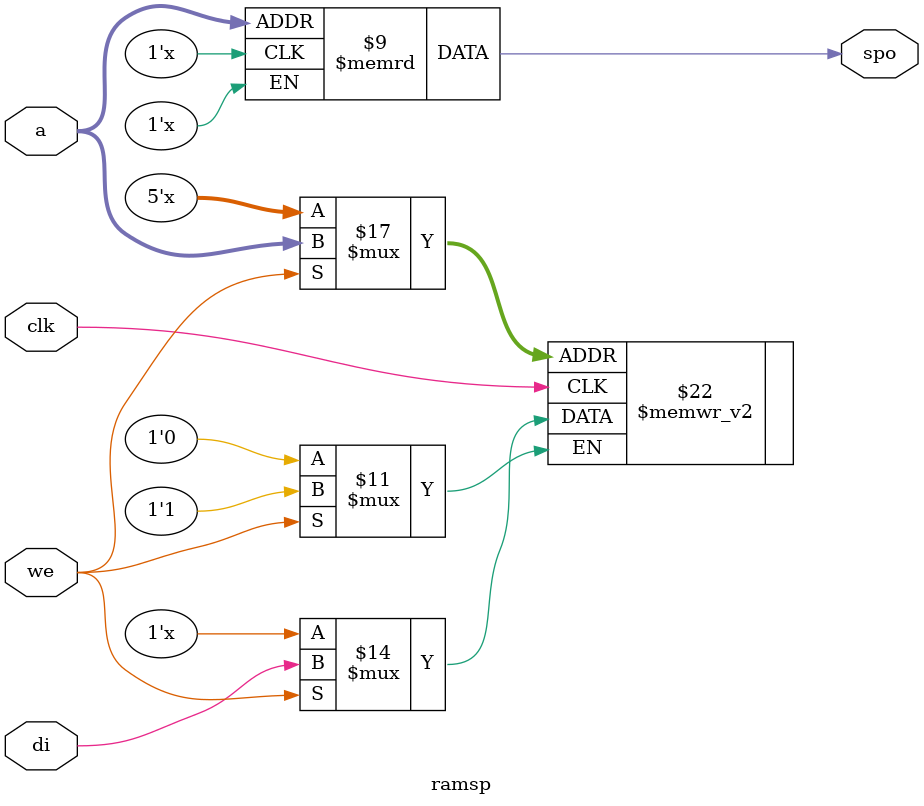
<source format=v>

module ramsp (clk, we, a, di, spo);
parameter WIDTH=1;
input clk;
input we;
input [4:0] a;
input [WIDTH-1:0] di;
output [WIDTH-1:0] spo;

reg [WIDTH-1:0] ram [31:0];
always @(posedge clk) 
begin 
 if (we)
    ram[a] <= di;
end
assign spo = ram[a];

endmodule

</source>
